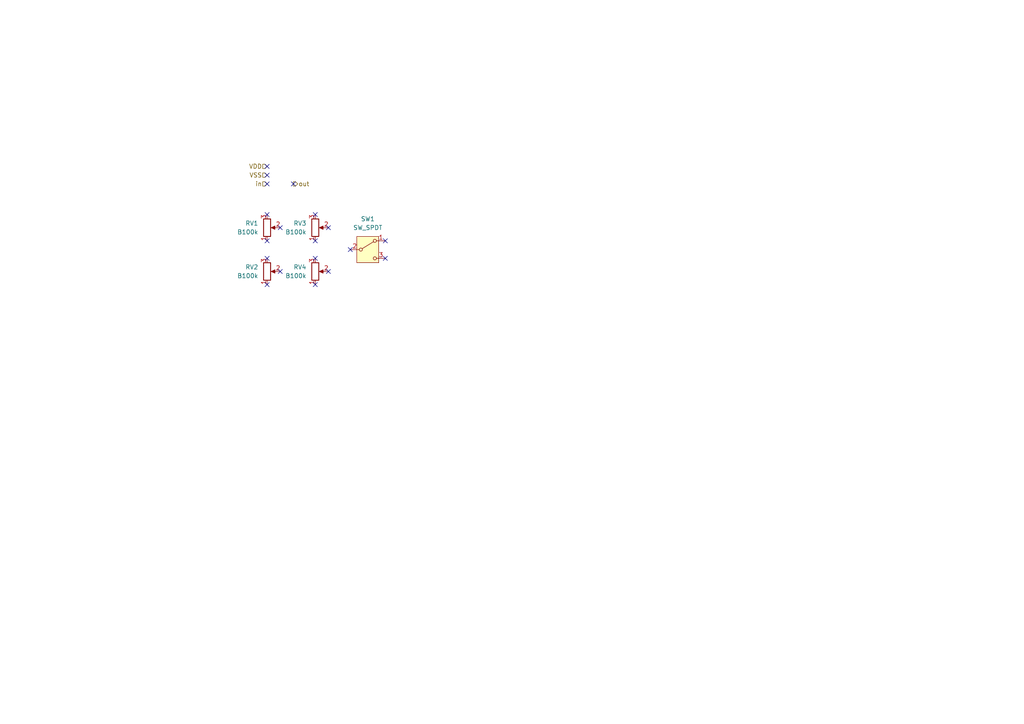
<source format=kicad_sch>
(kicad_sch (version 20231120) (generator "eeschema") (generator_version "8.0")
  (paper "A4")
  (lib_symbols
    (symbol "Device:R_Potentiometer" (pin_names (offset 1.016) hide)
      (property "Reference" "RV" (at -4.445 0 90))
      (property "Value" "R_Potentiometer" (at -2.54 0 90))
      (symbol "R_Potentiometer_0_1"
        (polyline (pts (xy 2.54 0) (xy 1.524 0)))
        (polyline (pts (xy 1.143 0) (xy 2.286 0.508) (xy 2.286 -0.508) (xy 1.143 0)) (fill (type outline)))
        (rectangle (start 1.016 2.54) (end -1.016 -2.54) (stroke (width 0.254)))
      )
      (symbol "R_Potentiometer_1_1"
        (pin passive line (at 0 3.81 270) (length 1.27) (name "1") (number "1"))
        (pin passive line (at 3.81 0 180) (length 1.27) (name "2") (number "2"))
        (pin passive line (at 0 -3.81 90) (length 1.27) (name "3") (number "3"))
      )
    )
    (symbol "Switch:SW_SPDT" (pin_names (offset 0) hide)
      (property "Reference" "SW" (at 0 5.08 0))
      (property "Value" "SW_SPDT" (at 0 -5.08 0))
      (symbol "SW_SPDT_0_1"
        (circle (center -2.032 0) (radius 0.4572))
        (polyline (pts (xy -1.651 0.254) (xy 1.651 2.286)))
        (circle (center 2.032 -2.54) (radius 0.4572))
        (circle (center 2.032 2.54) (radius 0.4572))
      )
      (symbol "SW_SPDT_1_1"
        (rectangle (start -3.175 3.81) (end 3.175 -3.81) (fill (type background)))
        (pin passive line (at 5.08 2.54 180) (length 2.54) (name "A") (number "1"))
        (pin passive line (at -5.08 0 0) (length 2.54) (name "B") (number "2"))
        (pin passive line (at 5.08 -2.54 180) (length 2.54) (name "C") (number "3"))
      )
    )
  )
  (no_connect (at 85.09 53.34))
  (no_connect (at 91.44 74.93))
  (no_connect (at 77.47 53.34))
  (no_connect (at 77.47 69.85))
  (no_connect (at 77.47 50.8))
  (no_connect (at 91.44 69.85))
  (no_connect (at 111.76 74.93))
  (no_connect (at 95.25 78.74))
  (no_connect (at 77.47 74.93))
  (no_connect (at 77.47 62.23))
  (no_connect (at 77.47 48.26))
  (no_connect (at 101.6 72.39))
  (no_connect (at 91.44 82.55))
  (no_connect (at 91.44 62.23))
  (no_connect (at 77.47 82.55))
  (no_connect (at 95.25 66.04))
  (no_connect (at 111.76 69.85))
  (no_connect (at 81.28 66.04))
  (no_connect (at 81.28 78.74))
  (hierarchical_label "VSS" (shape input) (at 77.47 50.8 180))
  (hierarchical_label "VDD" (shape input) (at 77.47 48.26 180))
  (hierarchical_label "out" (shape output) (at 85.09 53.34 0))
  (hierarchical_label "in" (shape input) (at 77.47 53.34 180))
  (symbol (lib_id "Device:R_Potentiometer") (at 77.47 66.04 0) (mirror x) (unit 1)
    (property "Reference" "RV1" (at 74.93 64.7699 0) (effects (justify right)))
    (property "Value" "B100k" (at 74.93 67.3099 0) (effects (justify right)))
    (property "Footprint" "Components:RV16AF_Mono" (effects (hide yes)))
    (property "Description" "Potentiometer" (effects (hide yes)))
  )
  (symbol (lib_id "Switch:SW_SPDT") (at 106.68 72.39 0) (unit 1)
    (property "Reference" "SW1" (at 106.68 63.5 0))
    (property "Value" "SW_SPDT" (at 106.68 66.04 0))
    (property "Footprint" "Components:Switch_SPDT" (effects (hide yes)))
    (property "Description" "Switch, single pole double throw" (effects (hide yes)))
  )
  (symbol (lib_id "Device:R_Potentiometer") (at 77.47 78.74 0) (mirror x) (unit 1)
    (property "Reference" "RV2" (at 74.93 77.4699 0) (effects (justify right)))
    (property "Value" "B100k" (at 74.93 80.0099 0) (effects (justify right)))
    (property "Footprint" "Components:RV16AF_Mono" (effects (hide yes)))
    (property "Description" "Potentiometer" (effects (hide yes)))
  )
  (symbol (lib_id "Device:R_Potentiometer") (at 91.44 78.74 0) (mirror x) (unit 1)
    (property "Reference" "RV4" (at 88.9 77.4699 0) (effects (justify right)))
    (property "Value" "B100k" (at 88.9 80.0099 0) (effects (justify right)))
    (property "Footprint" "Components:RV16AF_Mono" (effects (hide yes)))
    (property "Description" "Potentiometer" (effects (hide yes)))
  )
  (symbol (lib_id "Device:R_Potentiometer") (at 91.44 66.04 0) (mirror x) (unit 1)
    (property "Reference" "RV3" (at 88.9 64.7699 0) (effects (justify right)))
    (property "Value" "B100k" (at 88.9 67.3099 0) (effects (justify right)))
    (property "Footprint" "Components:RV16AF_Mono" (effects (hide yes)))
    (property "Description" "Potentiometer" (effects (hide yes)))
  )
)
</source>
